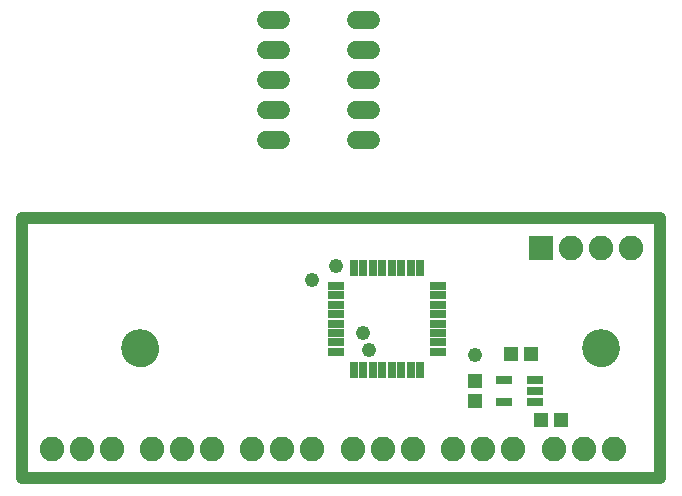
<source format=gts>
G75*
%MOIN*%
%OFA0B0*%
%FSLAX25Y25*%
%IPPOS*%
%LPD*%
%AMOC8*
5,1,8,0,0,1.08239X$1,22.5*
%
%ADD10C,0.03937*%
%ADD11C,0.00000*%
%ADD12C,0.12611*%
%ADD13C,0.08200*%
%ADD14R,0.05800X0.03000*%
%ADD15R,0.03000X0.05800*%
%ADD16C,0.06000*%
%ADD17R,0.05524X0.02965*%
%ADD18R,0.05131X0.04737*%
%ADD19R,0.04737X0.05131*%
%ADD20R,0.08200X0.08200*%
%ADD21C,0.04762*%
D10*
X0002969Y0005657D02*
X0215567Y0005657D01*
X0215567Y0092272D01*
X0002969Y0092272D01*
X0002969Y0005657D01*
D11*
X0036433Y0048965D02*
X0036435Y0049118D01*
X0036441Y0049272D01*
X0036451Y0049425D01*
X0036465Y0049577D01*
X0036483Y0049730D01*
X0036505Y0049881D01*
X0036530Y0050032D01*
X0036560Y0050183D01*
X0036594Y0050333D01*
X0036631Y0050481D01*
X0036672Y0050629D01*
X0036717Y0050775D01*
X0036766Y0050921D01*
X0036819Y0051065D01*
X0036875Y0051207D01*
X0036935Y0051348D01*
X0036999Y0051488D01*
X0037066Y0051626D01*
X0037137Y0051762D01*
X0037212Y0051896D01*
X0037289Y0052028D01*
X0037371Y0052158D01*
X0037455Y0052286D01*
X0037543Y0052412D01*
X0037634Y0052535D01*
X0037728Y0052656D01*
X0037826Y0052774D01*
X0037926Y0052890D01*
X0038030Y0053003D01*
X0038136Y0053114D01*
X0038245Y0053222D01*
X0038357Y0053327D01*
X0038471Y0053428D01*
X0038589Y0053527D01*
X0038708Y0053623D01*
X0038830Y0053716D01*
X0038955Y0053805D01*
X0039082Y0053892D01*
X0039211Y0053974D01*
X0039342Y0054054D01*
X0039475Y0054130D01*
X0039610Y0054203D01*
X0039747Y0054272D01*
X0039886Y0054337D01*
X0040026Y0054399D01*
X0040168Y0054457D01*
X0040311Y0054512D01*
X0040456Y0054563D01*
X0040602Y0054610D01*
X0040749Y0054653D01*
X0040897Y0054692D01*
X0041046Y0054728D01*
X0041196Y0054759D01*
X0041347Y0054787D01*
X0041498Y0054811D01*
X0041651Y0054831D01*
X0041803Y0054847D01*
X0041956Y0054859D01*
X0042109Y0054867D01*
X0042262Y0054871D01*
X0042416Y0054871D01*
X0042569Y0054867D01*
X0042722Y0054859D01*
X0042875Y0054847D01*
X0043027Y0054831D01*
X0043180Y0054811D01*
X0043331Y0054787D01*
X0043482Y0054759D01*
X0043632Y0054728D01*
X0043781Y0054692D01*
X0043929Y0054653D01*
X0044076Y0054610D01*
X0044222Y0054563D01*
X0044367Y0054512D01*
X0044510Y0054457D01*
X0044652Y0054399D01*
X0044792Y0054337D01*
X0044931Y0054272D01*
X0045068Y0054203D01*
X0045203Y0054130D01*
X0045336Y0054054D01*
X0045467Y0053974D01*
X0045596Y0053892D01*
X0045723Y0053805D01*
X0045848Y0053716D01*
X0045970Y0053623D01*
X0046089Y0053527D01*
X0046207Y0053428D01*
X0046321Y0053327D01*
X0046433Y0053222D01*
X0046542Y0053114D01*
X0046648Y0053003D01*
X0046752Y0052890D01*
X0046852Y0052774D01*
X0046950Y0052656D01*
X0047044Y0052535D01*
X0047135Y0052412D01*
X0047223Y0052286D01*
X0047307Y0052158D01*
X0047389Y0052028D01*
X0047466Y0051896D01*
X0047541Y0051762D01*
X0047612Y0051626D01*
X0047679Y0051488D01*
X0047743Y0051348D01*
X0047803Y0051207D01*
X0047859Y0051065D01*
X0047912Y0050921D01*
X0047961Y0050775D01*
X0048006Y0050629D01*
X0048047Y0050481D01*
X0048084Y0050333D01*
X0048118Y0050183D01*
X0048148Y0050032D01*
X0048173Y0049881D01*
X0048195Y0049730D01*
X0048213Y0049577D01*
X0048227Y0049425D01*
X0048237Y0049272D01*
X0048243Y0049118D01*
X0048245Y0048965D01*
X0048243Y0048812D01*
X0048237Y0048658D01*
X0048227Y0048505D01*
X0048213Y0048353D01*
X0048195Y0048200D01*
X0048173Y0048049D01*
X0048148Y0047898D01*
X0048118Y0047747D01*
X0048084Y0047597D01*
X0048047Y0047449D01*
X0048006Y0047301D01*
X0047961Y0047155D01*
X0047912Y0047009D01*
X0047859Y0046865D01*
X0047803Y0046723D01*
X0047743Y0046582D01*
X0047679Y0046442D01*
X0047612Y0046304D01*
X0047541Y0046168D01*
X0047466Y0046034D01*
X0047389Y0045902D01*
X0047307Y0045772D01*
X0047223Y0045644D01*
X0047135Y0045518D01*
X0047044Y0045395D01*
X0046950Y0045274D01*
X0046852Y0045156D01*
X0046752Y0045040D01*
X0046648Y0044927D01*
X0046542Y0044816D01*
X0046433Y0044708D01*
X0046321Y0044603D01*
X0046207Y0044502D01*
X0046089Y0044403D01*
X0045970Y0044307D01*
X0045848Y0044214D01*
X0045723Y0044125D01*
X0045596Y0044038D01*
X0045467Y0043956D01*
X0045336Y0043876D01*
X0045203Y0043800D01*
X0045068Y0043727D01*
X0044931Y0043658D01*
X0044792Y0043593D01*
X0044652Y0043531D01*
X0044510Y0043473D01*
X0044367Y0043418D01*
X0044222Y0043367D01*
X0044076Y0043320D01*
X0043929Y0043277D01*
X0043781Y0043238D01*
X0043632Y0043202D01*
X0043482Y0043171D01*
X0043331Y0043143D01*
X0043180Y0043119D01*
X0043027Y0043099D01*
X0042875Y0043083D01*
X0042722Y0043071D01*
X0042569Y0043063D01*
X0042416Y0043059D01*
X0042262Y0043059D01*
X0042109Y0043063D01*
X0041956Y0043071D01*
X0041803Y0043083D01*
X0041651Y0043099D01*
X0041498Y0043119D01*
X0041347Y0043143D01*
X0041196Y0043171D01*
X0041046Y0043202D01*
X0040897Y0043238D01*
X0040749Y0043277D01*
X0040602Y0043320D01*
X0040456Y0043367D01*
X0040311Y0043418D01*
X0040168Y0043473D01*
X0040026Y0043531D01*
X0039886Y0043593D01*
X0039747Y0043658D01*
X0039610Y0043727D01*
X0039475Y0043800D01*
X0039342Y0043876D01*
X0039211Y0043956D01*
X0039082Y0044038D01*
X0038955Y0044125D01*
X0038830Y0044214D01*
X0038708Y0044307D01*
X0038589Y0044403D01*
X0038471Y0044502D01*
X0038357Y0044603D01*
X0038245Y0044708D01*
X0038136Y0044816D01*
X0038030Y0044927D01*
X0037926Y0045040D01*
X0037826Y0045156D01*
X0037728Y0045274D01*
X0037634Y0045395D01*
X0037543Y0045518D01*
X0037455Y0045644D01*
X0037371Y0045772D01*
X0037289Y0045902D01*
X0037212Y0046034D01*
X0037137Y0046168D01*
X0037066Y0046304D01*
X0036999Y0046442D01*
X0036935Y0046582D01*
X0036875Y0046723D01*
X0036819Y0046865D01*
X0036766Y0047009D01*
X0036717Y0047155D01*
X0036672Y0047301D01*
X0036631Y0047449D01*
X0036594Y0047597D01*
X0036560Y0047747D01*
X0036530Y0047898D01*
X0036505Y0048049D01*
X0036483Y0048200D01*
X0036465Y0048353D01*
X0036451Y0048505D01*
X0036441Y0048658D01*
X0036435Y0048812D01*
X0036433Y0048965D01*
X0189976Y0048965D02*
X0189978Y0049118D01*
X0189984Y0049272D01*
X0189994Y0049425D01*
X0190008Y0049577D01*
X0190026Y0049730D01*
X0190048Y0049881D01*
X0190073Y0050032D01*
X0190103Y0050183D01*
X0190137Y0050333D01*
X0190174Y0050481D01*
X0190215Y0050629D01*
X0190260Y0050775D01*
X0190309Y0050921D01*
X0190362Y0051065D01*
X0190418Y0051207D01*
X0190478Y0051348D01*
X0190542Y0051488D01*
X0190609Y0051626D01*
X0190680Y0051762D01*
X0190755Y0051896D01*
X0190832Y0052028D01*
X0190914Y0052158D01*
X0190998Y0052286D01*
X0191086Y0052412D01*
X0191177Y0052535D01*
X0191271Y0052656D01*
X0191369Y0052774D01*
X0191469Y0052890D01*
X0191573Y0053003D01*
X0191679Y0053114D01*
X0191788Y0053222D01*
X0191900Y0053327D01*
X0192014Y0053428D01*
X0192132Y0053527D01*
X0192251Y0053623D01*
X0192373Y0053716D01*
X0192498Y0053805D01*
X0192625Y0053892D01*
X0192754Y0053974D01*
X0192885Y0054054D01*
X0193018Y0054130D01*
X0193153Y0054203D01*
X0193290Y0054272D01*
X0193429Y0054337D01*
X0193569Y0054399D01*
X0193711Y0054457D01*
X0193854Y0054512D01*
X0193999Y0054563D01*
X0194145Y0054610D01*
X0194292Y0054653D01*
X0194440Y0054692D01*
X0194589Y0054728D01*
X0194739Y0054759D01*
X0194890Y0054787D01*
X0195041Y0054811D01*
X0195194Y0054831D01*
X0195346Y0054847D01*
X0195499Y0054859D01*
X0195652Y0054867D01*
X0195805Y0054871D01*
X0195959Y0054871D01*
X0196112Y0054867D01*
X0196265Y0054859D01*
X0196418Y0054847D01*
X0196570Y0054831D01*
X0196723Y0054811D01*
X0196874Y0054787D01*
X0197025Y0054759D01*
X0197175Y0054728D01*
X0197324Y0054692D01*
X0197472Y0054653D01*
X0197619Y0054610D01*
X0197765Y0054563D01*
X0197910Y0054512D01*
X0198053Y0054457D01*
X0198195Y0054399D01*
X0198335Y0054337D01*
X0198474Y0054272D01*
X0198611Y0054203D01*
X0198746Y0054130D01*
X0198879Y0054054D01*
X0199010Y0053974D01*
X0199139Y0053892D01*
X0199266Y0053805D01*
X0199391Y0053716D01*
X0199513Y0053623D01*
X0199632Y0053527D01*
X0199750Y0053428D01*
X0199864Y0053327D01*
X0199976Y0053222D01*
X0200085Y0053114D01*
X0200191Y0053003D01*
X0200295Y0052890D01*
X0200395Y0052774D01*
X0200493Y0052656D01*
X0200587Y0052535D01*
X0200678Y0052412D01*
X0200766Y0052286D01*
X0200850Y0052158D01*
X0200932Y0052028D01*
X0201009Y0051896D01*
X0201084Y0051762D01*
X0201155Y0051626D01*
X0201222Y0051488D01*
X0201286Y0051348D01*
X0201346Y0051207D01*
X0201402Y0051065D01*
X0201455Y0050921D01*
X0201504Y0050775D01*
X0201549Y0050629D01*
X0201590Y0050481D01*
X0201627Y0050333D01*
X0201661Y0050183D01*
X0201691Y0050032D01*
X0201716Y0049881D01*
X0201738Y0049730D01*
X0201756Y0049577D01*
X0201770Y0049425D01*
X0201780Y0049272D01*
X0201786Y0049118D01*
X0201788Y0048965D01*
X0201786Y0048812D01*
X0201780Y0048658D01*
X0201770Y0048505D01*
X0201756Y0048353D01*
X0201738Y0048200D01*
X0201716Y0048049D01*
X0201691Y0047898D01*
X0201661Y0047747D01*
X0201627Y0047597D01*
X0201590Y0047449D01*
X0201549Y0047301D01*
X0201504Y0047155D01*
X0201455Y0047009D01*
X0201402Y0046865D01*
X0201346Y0046723D01*
X0201286Y0046582D01*
X0201222Y0046442D01*
X0201155Y0046304D01*
X0201084Y0046168D01*
X0201009Y0046034D01*
X0200932Y0045902D01*
X0200850Y0045772D01*
X0200766Y0045644D01*
X0200678Y0045518D01*
X0200587Y0045395D01*
X0200493Y0045274D01*
X0200395Y0045156D01*
X0200295Y0045040D01*
X0200191Y0044927D01*
X0200085Y0044816D01*
X0199976Y0044708D01*
X0199864Y0044603D01*
X0199750Y0044502D01*
X0199632Y0044403D01*
X0199513Y0044307D01*
X0199391Y0044214D01*
X0199266Y0044125D01*
X0199139Y0044038D01*
X0199010Y0043956D01*
X0198879Y0043876D01*
X0198746Y0043800D01*
X0198611Y0043727D01*
X0198474Y0043658D01*
X0198335Y0043593D01*
X0198195Y0043531D01*
X0198053Y0043473D01*
X0197910Y0043418D01*
X0197765Y0043367D01*
X0197619Y0043320D01*
X0197472Y0043277D01*
X0197324Y0043238D01*
X0197175Y0043202D01*
X0197025Y0043171D01*
X0196874Y0043143D01*
X0196723Y0043119D01*
X0196570Y0043099D01*
X0196418Y0043083D01*
X0196265Y0043071D01*
X0196112Y0043063D01*
X0195959Y0043059D01*
X0195805Y0043059D01*
X0195652Y0043063D01*
X0195499Y0043071D01*
X0195346Y0043083D01*
X0195194Y0043099D01*
X0195041Y0043119D01*
X0194890Y0043143D01*
X0194739Y0043171D01*
X0194589Y0043202D01*
X0194440Y0043238D01*
X0194292Y0043277D01*
X0194145Y0043320D01*
X0193999Y0043367D01*
X0193854Y0043418D01*
X0193711Y0043473D01*
X0193569Y0043531D01*
X0193429Y0043593D01*
X0193290Y0043658D01*
X0193153Y0043727D01*
X0193018Y0043800D01*
X0192885Y0043876D01*
X0192754Y0043956D01*
X0192625Y0044038D01*
X0192498Y0044125D01*
X0192373Y0044214D01*
X0192251Y0044307D01*
X0192132Y0044403D01*
X0192014Y0044502D01*
X0191900Y0044603D01*
X0191788Y0044708D01*
X0191679Y0044816D01*
X0191573Y0044927D01*
X0191469Y0045040D01*
X0191369Y0045156D01*
X0191271Y0045274D01*
X0191177Y0045395D01*
X0191086Y0045518D01*
X0190998Y0045644D01*
X0190914Y0045772D01*
X0190832Y0045902D01*
X0190755Y0046034D01*
X0190680Y0046168D01*
X0190609Y0046304D01*
X0190542Y0046442D01*
X0190478Y0046582D01*
X0190418Y0046723D01*
X0190362Y0046865D01*
X0190309Y0047009D01*
X0190260Y0047155D01*
X0190215Y0047301D01*
X0190174Y0047449D01*
X0190137Y0047597D01*
X0190103Y0047747D01*
X0190073Y0047898D01*
X0190048Y0048049D01*
X0190026Y0048200D01*
X0190008Y0048353D01*
X0189994Y0048505D01*
X0189984Y0048658D01*
X0189978Y0048812D01*
X0189976Y0048965D01*
D12*
X0195882Y0048965D03*
X0042339Y0048965D03*
D13*
X0046276Y0015500D03*
X0056276Y0015500D03*
X0066276Y0015500D03*
X0079740Y0015500D03*
X0089740Y0015500D03*
X0099740Y0015500D03*
X0113205Y0015500D03*
X0123205Y0015500D03*
X0133205Y0015500D03*
X0146669Y0015500D03*
X0156669Y0015500D03*
X0166669Y0015500D03*
X0180134Y0015500D03*
X0190134Y0015500D03*
X0200134Y0015500D03*
X0195803Y0082429D03*
X0185803Y0082429D03*
X0205803Y0082429D03*
X0032811Y0015500D03*
X0022811Y0015500D03*
X0012811Y0015500D03*
D14*
X0107722Y0047783D03*
X0107722Y0050933D03*
X0107722Y0054083D03*
X0107722Y0057232D03*
X0107722Y0060382D03*
X0107722Y0063531D03*
X0107722Y0066681D03*
X0107722Y0069831D03*
X0141522Y0069831D03*
X0141522Y0066681D03*
X0141522Y0063531D03*
X0141522Y0060382D03*
X0141522Y0057232D03*
X0141522Y0054083D03*
X0141522Y0050933D03*
X0141522Y0047783D03*
D15*
X0135646Y0041907D03*
X0132496Y0041907D03*
X0129346Y0041907D03*
X0126197Y0041907D03*
X0123047Y0041907D03*
X0119898Y0041907D03*
X0116748Y0041907D03*
X0113598Y0041907D03*
X0113598Y0075707D03*
X0116748Y0075707D03*
X0119898Y0075707D03*
X0123047Y0075707D03*
X0126197Y0075707D03*
X0129346Y0075707D03*
X0132496Y0075707D03*
X0135646Y0075707D03*
D16*
X0119387Y0118335D02*
X0114187Y0118335D01*
X0114187Y0128335D02*
X0119387Y0128335D01*
X0119387Y0138335D02*
X0114187Y0138335D01*
X0114187Y0148335D02*
X0119387Y0148335D01*
X0119387Y0158335D02*
X0114187Y0158335D01*
X0089387Y0158335D02*
X0084187Y0158335D01*
X0084187Y0148335D02*
X0089387Y0148335D01*
X0089387Y0138335D02*
X0084187Y0138335D01*
X0084187Y0128335D02*
X0089387Y0128335D01*
X0089387Y0118335D02*
X0084187Y0118335D01*
D17*
X0163598Y0038531D03*
X0163598Y0031051D03*
X0173835Y0031051D03*
X0173835Y0034791D03*
X0173835Y0038531D03*
D18*
X0176000Y0024949D03*
X0182693Y0024949D03*
D19*
X0172457Y0046996D03*
X0165764Y0046996D03*
X0153756Y0038138D03*
X0153756Y0031445D03*
D20*
X0175803Y0082429D03*
D21*
X0154071Y0046681D03*
X0118717Y0048571D03*
X0116748Y0054083D03*
X0099425Y0071799D03*
X0107693Y0076524D03*
M02*

</source>
